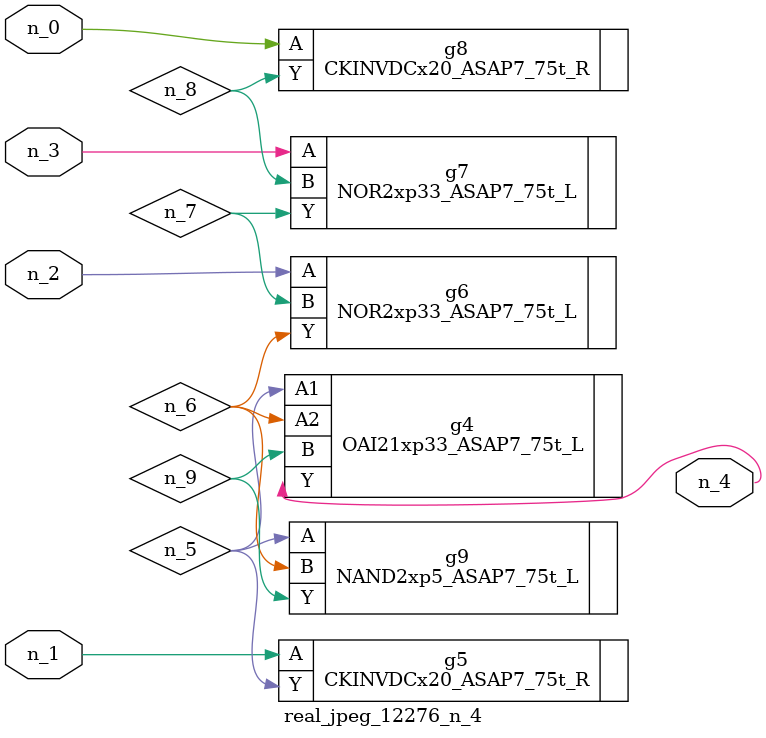
<source format=v>
module real_jpeg_12276_n_4 (n_3, n_1, n_0, n_2, n_4);

input n_3;
input n_1;
input n_0;
input n_2;

output n_4;

wire n_5;
wire n_8;
wire n_6;
wire n_7;
wire n_9;

CKINVDCx20_ASAP7_75t_R g8 ( 
.A(n_0),
.Y(n_8)
);

CKINVDCx20_ASAP7_75t_R g5 ( 
.A(n_1),
.Y(n_5)
);

NOR2xp33_ASAP7_75t_L g6 ( 
.A(n_2),
.B(n_7),
.Y(n_6)
);

NOR2xp33_ASAP7_75t_L g7 ( 
.A(n_3),
.B(n_8),
.Y(n_7)
);

OAI21xp33_ASAP7_75t_L g4 ( 
.A1(n_5),
.A2(n_6),
.B(n_9),
.Y(n_4)
);

NAND2xp5_ASAP7_75t_L g9 ( 
.A(n_5),
.B(n_6),
.Y(n_9)
);


endmodule
</source>
